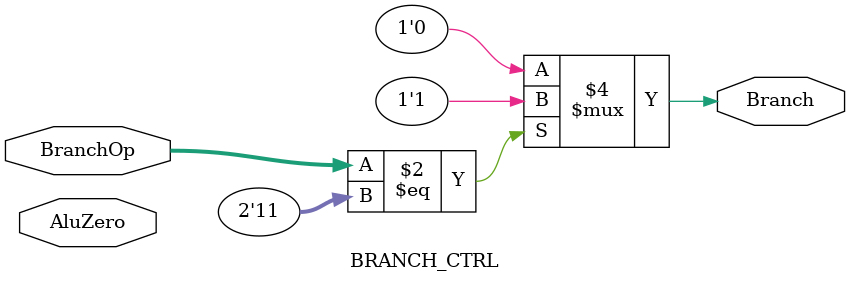
<source format=v>

module BRANCH_CTRL(BranchOp, AluZero, Branch);
    input   [1:0]   BranchOp;
    input   [0:0]   AluZero;
    output  [0:0]   Branch;
    reg     [0:0]   Branch;
    
    always @(BranchOp or AluZero)
        begin : branch_ctrl_thread
				Branch = 0;
				
				if (BranchOp == 3)
				begin
					Branch = 1;
				end

//            case (BranchOp)
//            0:  // No branch
//                Branch = 1'b0;
//                
//            1:  // Branch on equal
//                begin
//                    if (AluZero == 1)
//                        Branch = 1'b1;
//                    else
//                        Branch = 1'b0;
//                end
//                
//            2:  // Branch on non equal
//                begin
//                    if (AluZero != 1'b1)
//                        Branch = 1'b1;
//                    else
//                        Branch = 1'b0;
//                end
//                
//            3:  // Jump
//                Branch = 1'b1;
//                
//            endcase					
        end

endmodule

</source>
